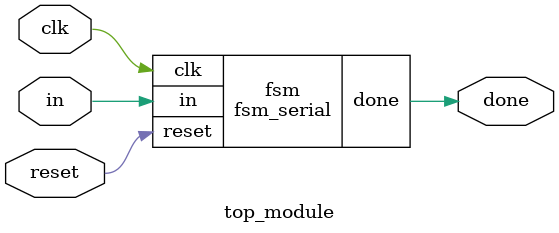
<source format=sv>
module fsm_serial (
    input clk,
    input in,
    input reset,
    output reg done
);

  reg [2:0] state;
  reg start_bit_detected;
  reg start_bit_correct;
  reg [7:0] data_bits;
  reg stop_bit_detected;
  reg [2:0] count;

  assign done = (state == 4) ? 1 : 0;

  always @(posedge clk or posedge reset) begin
    if (reset) begin
      state <= 0;
      count <= 0;
      start_bit_detected <= 0;
      start_bit_correct <= 0;
      data_bits <= 0;
      stop_bit_detected <= 0;
      done <= 0; // Reset done signal
    end else begin
      case (state)
        0: begin // Idle state
          if (in == 1) begin
            start_bit_detected <= 1;
            state <= 1;
          end
        end
        1: begin // Data bits state
          if (count == 7) begin
            state <= 2;
          end
          data_bits[count] <= in;
          count <= count + 1;
        end
        2: begin // Stop bit state
          if (in == 0) begin
            stop_bit_detected <= 1;
            state <= 3;
          end
        end
        3: begin // Verify stop bit state
          if (in == 0) begin
            start_bit_detected <= 0;
            state <= 0;
            done <= 1; // Byte received successfully
          end else if (in == 1) begin
            // Detected start bit for next byte
            start_bit_detected <= 1;
            state <= 1;
          end
        end
      endcase
    end
  end
endmodule
module top_module (
    input clk,
    input in,
    input reset,
    output reg done
);
  fsm_serial fsm (.clk(clk), .in(in), .reset(reset), .done(done));
endmodule

</source>
